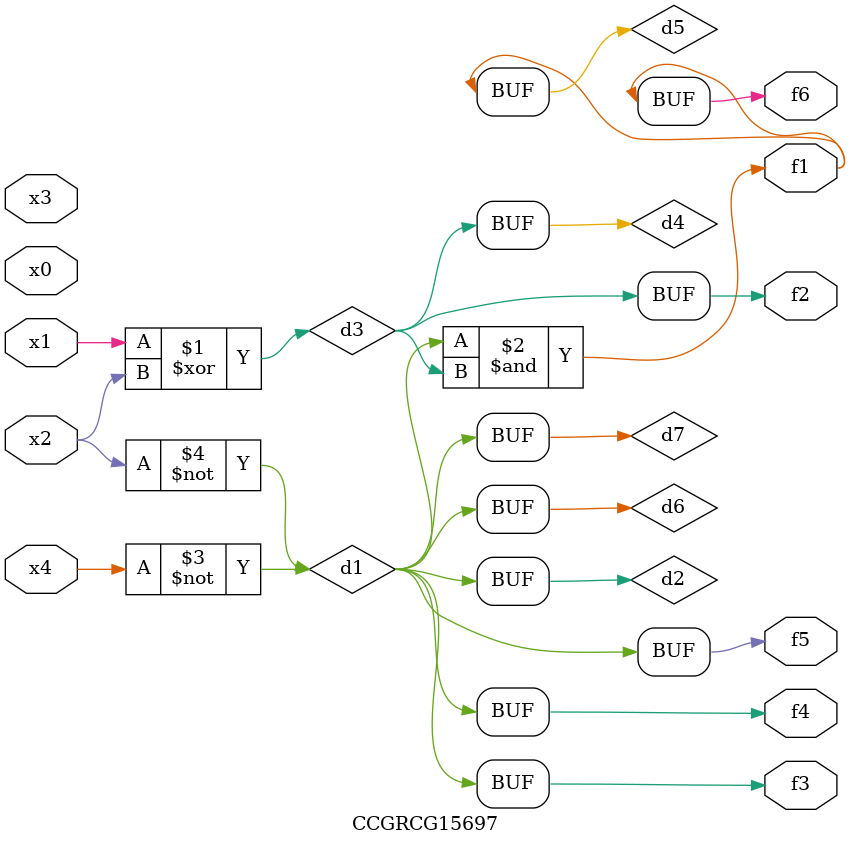
<source format=v>
module CCGRCG15697(
	input x0, x1, x2, x3, x4,
	output f1, f2, f3, f4, f5, f6
);

	wire d1, d2, d3, d4, d5, d6, d7;

	not (d1, x4);
	not (d2, x2);
	xor (d3, x1, x2);
	buf (d4, d3);
	and (d5, d1, d3);
	buf (d6, d1, d2);
	buf (d7, d2);
	assign f1 = d5;
	assign f2 = d4;
	assign f3 = d7;
	assign f4 = d7;
	assign f5 = d7;
	assign f6 = d5;
endmodule

</source>
